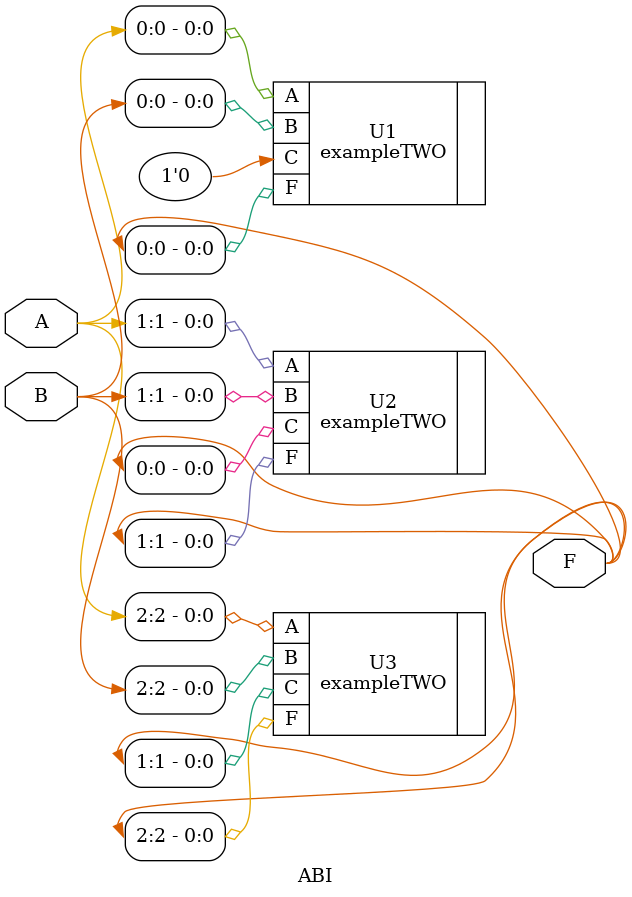
<source format=v>
module ABI(input [2:0]A,input [2:0]B, output [2:0]F);

	exampleTWO U1(
	
	.A (A[0]),
	.B (B[0]),
	.C (1'b0),
	
	.F (F[0])
	);

	exampleTWO U2(
	
	.A (A[1]),
	.B (B[1]),
	.C (F[0]),
	
	.F (F[1])
	);
	
	
	exampleTWO U3(
	
	.A (A[2]),
	.B (B[2]),
	.C (F[1]),
	
	.F (F[2])
	);
	
endmodule
</source>
